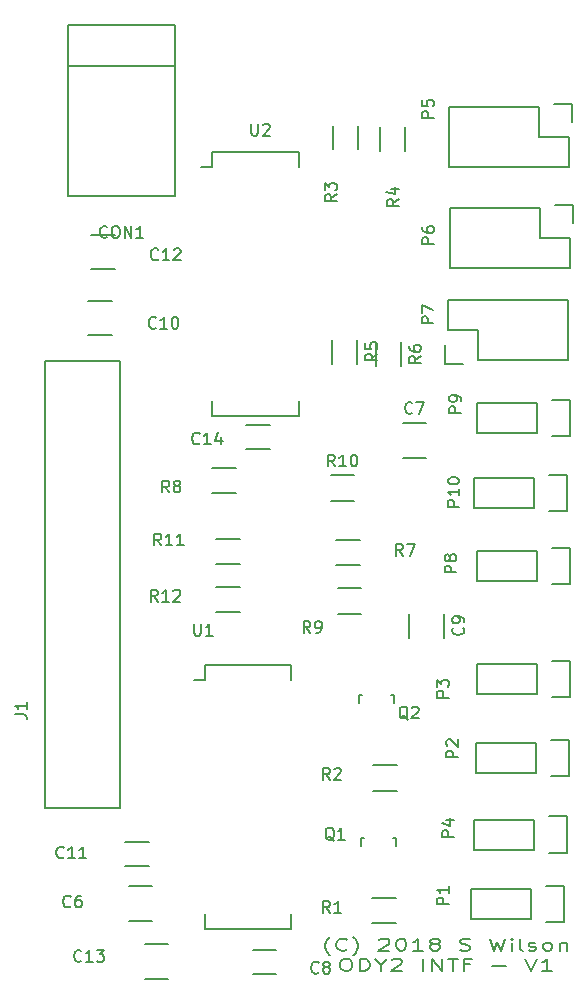
<source format=gto>
G04 #@! TF.GenerationSoftware,KiCad,Pcbnew,(2017-09-22 revision df472e6)-master*
G04 #@! TF.CreationDate,2017-12-26T12:10:05-08:00*
G04 #@! TF.ProjectId,ody_adap,6F64795F616461702E6B696361645F70,rev?*
G04 #@! TF.SameCoordinates,Original*
G04 #@! TF.FileFunction,Legend,Top*
G04 #@! TF.FilePolarity,Positive*
%FSLAX46Y46*%
G04 Gerber Fmt 4.6, Leading zero omitted, Abs format (unit mm)*
G04 Created by KiCad (PCBNEW (2017-09-22 revision df472e6)-master) date Tue Dec 26 12:10:05 2017*
%MOMM*%
%LPD*%
G01*
G04 APERTURE LIST*
%ADD10C,0.200000*%
%ADD11C,0.150000*%
G04 APERTURE END LIST*
D10*
X121178571Y-128683333D02*
X121107142Y-128635714D01*
X120964285Y-128492857D01*
X120892857Y-128397619D01*
X120821428Y-128254761D01*
X120750000Y-128016666D01*
X120750000Y-127826190D01*
X120821428Y-127588095D01*
X120892857Y-127445238D01*
X120964285Y-127350000D01*
X121107142Y-127207142D01*
X121178571Y-127159523D01*
X122607142Y-128207142D02*
X122535714Y-128254761D01*
X122321428Y-128302380D01*
X122178571Y-128302380D01*
X121964285Y-128254761D01*
X121821428Y-128159523D01*
X121750000Y-128064285D01*
X121678571Y-127873809D01*
X121678571Y-127730952D01*
X121750000Y-127540476D01*
X121821428Y-127445238D01*
X121964285Y-127350000D01*
X122178571Y-127302380D01*
X122321428Y-127302380D01*
X122535714Y-127350000D01*
X122607142Y-127397619D01*
X123107142Y-128683333D02*
X123178571Y-128635714D01*
X123321428Y-128492857D01*
X123392857Y-128397619D01*
X123464285Y-128254761D01*
X123535714Y-128016666D01*
X123535714Y-127826190D01*
X123464285Y-127588095D01*
X123392857Y-127445238D01*
X123321428Y-127350000D01*
X123178571Y-127207142D01*
X123107142Y-127159523D01*
X125321428Y-127397619D02*
X125392857Y-127350000D01*
X125535714Y-127302380D01*
X125892857Y-127302380D01*
X126035714Y-127350000D01*
X126107142Y-127397619D01*
X126178571Y-127492857D01*
X126178571Y-127588095D01*
X126107142Y-127730952D01*
X125250000Y-128302380D01*
X126178571Y-128302380D01*
X127107142Y-127302380D02*
X127250000Y-127302380D01*
X127392857Y-127350000D01*
X127464285Y-127397619D01*
X127535714Y-127492857D01*
X127607142Y-127683333D01*
X127607142Y-127921428D01*
X127535714Y-128111904D01*
X127464285Y-128207142D01*
X127392857Y-128254761D01*
X127250000Y-128302380D01*
X127107142Y-128302380D01*
X126964285Y-128254761D01*
X126892857Y-128207142D01*
X126821428Y-128111904D01*
X126750000Y-127921428D01*
X126750000Y-127683333D01*
X126821428Y-127492857D01*
X126892857Y-127397619D01*
X126964285Y-127350000D01*
X127107142Y-127302380D01*
X129035714Y-128302380D02*
X128178571Y-128302380D01*
X128607142Y-128302380D02*
X128607142Y-127302380D01*
X128464285Y-127445238D01*
X128321428Y-127540476D01*
X128178571Y-127588095D01*
X129892857Y-127730952D02*
X129750000Y-127683333D01*
X129678571Y-127635714D01*
X129607142Y-127540476D01*
X129607142Y-127492857D01*
X129678571Y-127397619D01*
X129750000Y-127350000D01*
X129892857Y-127302380D01*
X130178571Y-127302380D01*
X130321428Y-127350000D01*
X130392857Y-127397619D01*
X130464285Y-127492857D01*
X130464285Y-127540476D01*
X130392857Y-127635714D01*
X130321428Y-127683333D01*
X130178571Y-127730952D01*
X129892857Y-127730952D01*
X129750000Y-127778571D01*
X129678571Y-127826190D01*
X129607142Y-127921428D01*
X129607142Y-128111904D01*
X129678571Y-128207142D01*
X129750000Y-128254761D01*
X129892857Y-128302380D01*
X130178571Y-128302380D01*
X130321428Y-128254761D01*
X130392857Y-128207142D01*
X130464285Y-128111904D01*
X130464285Y-127921428D01*
X130392857Y-127826190D01*
X130321428Y-127778571D01*
X130178571Y-127730952D01*
X132178571Y-128254761D02*
X132392857Y-128302380D01*
X132750000Y-128302380D01*
X132892857Y-128254761D01*
X132964285Y-128207142D01*
X133035714Y-128111904D01*
X133035714Y-128016666D01*
X132964285Y-127921428D01*
X132892857Y-127873809D01*
X132750000Y-127826190D01*
X132464285Y-127778571D01*
X132321428Y-127730952D01*
X132250000Y-127683333D01*
X132178571Y-127588095D01*
X132178571Y-127492857D01*
X132250000Y-127397619D01*
X132321428Y-127350000D01*
X132464285Y-127302380D01*
X132821428Y-127302380D01*
X133035714Y-127350000D01*
X134678571Y-127302380D02*
X135035714Y-128302380D01*
X135321428Y-127588095D01*
X135607142Y-128302380D01*
X135964285Y-127302380D01*
X136535714Y-128302380D02*
X136535714Y-127635714D01*
X136535714Y-127302380D02*
X136464285Y-127350000D01*
X136535714Y-127397619D01*
X136607142Y-127350000D01*
X136535714Y-127302380D01*
X136535714Y-127397619D01*
X137464285Y-128302380D02*
X137321428Y-128254761D01*
X137250000Y-128159523D01*
X137250000Y-127302380D01*
X137964285Y-128254761D02*
X138107142Y-128302380D01*
X138392857Y-128302380D01*
X138535714Y-128254761D01*
X138607142Y-128159523D01*
X138607142Y-128111904D01*
X138535714Y-128016666D01*
X138392857Y-127969047D01*
X138178571Y-127969047D01*
X138035714Y-127921428D01*
X137964285Y-127826190D01*
X137964285Y-127778571D01*
X138035714Y-127683333D01*
X138178571Y-127635714D01*
X138392857Y-127635714D01*
X138535714Y-127683333D01*
X139464285Y-128302380D02*
X139321428Y-128254761D01*
X139250000Y-128207142D01*
X139178571Y-128111904D01*
X139178571Y-127826190D01*
X139250000Y-127730952D01*
X139321428Y-127683333D01*
X139464285Y-127635714D01*
X139678571Y-127635714D01*
X139821428Y-127683333D01*
X139892857Y-127730952D01*
X139964285Y-127826190D01*
X139964285Y-128111904D01*
X139892857Y-128207142D01*
X139821428Y-128254761D01*
X139678571Y-128302380D01*
X139464285Y-128302380D01*
X140607142Y-127635714D02*
X140607142Y-128302380D01*
X140607142Y-127730952D02*
X140678571Y-127683333D01*
X140821428Y-127635714D01*
X141035714Y-127635714D01*
X141178571Y-127683333D01*
X141250000Y-127778571D01*
X141250000Y-128302380D01*
X122392857Y-129002380D02*
X122678571Y-129002380D01*
X122821428Y-129050000D01*
X122964285Y-129145238D01*
X123035714Y-129335714D01*
X123035714Y-129669047D01*
X122964285Y-129859523D01*
X122821428Y-129954761D01*
X122678571Y-130002380D01*
X122392857Y-130002380D01*
X122250000Y-129954761D01*
X122107142Y-129859523D01*
X122035714Y-129669047D01*
X122035714Y-129335714D01*
X122107142Y-129145238D01*
X122250000Y-129050000D01*
X122392857Y-129002380D01*
X123678571Y-130002380D02*
X123678571Y-129002380D01*
X124035714Y-129002380D01*
X124250000Y-129050000D01*
X124392857Y-129145238D01*
X124464285Y-129240476D01*
X124535714Y-129430952D01*
X124535714Y-129573809D01*
X124464285Y-129764285D01*
X124392857Y-129859523D01*
X124250000Y-129954761D01*
X124035714Y-130002380D01*
X123678571Y-130002380D01*
X125464285Y-129526190D02*
X125464285Y-130002380D01*
X124964285Y-129002380D02*
X125464285Y-129526190D01*
X125964285Y-129002380D01*
X126392857Y-129097619D02*
X126464285Y-129050000D01*
X126607142Y-129002380D01*
X126964285Y-129002380D01*
X127107142Y-129050000D01*
X127178571Y-129097619D01*
X127250000Y-129192857D01*
X127250000Y-129288095D01*
X127178571Y-129430952D01*
X126321428Y-130002380D01*
X127250000Y-130002380D01*
X129035714Y-130002380D02*
X129035714Y-129002380D01*
X129750000Y-130002380D02*
X129750000Y-129002380D01*
X130607142Y-130002380D01*
X130607142Y-129002380D01*
X131107142Y-129002380D02*
X131964285Y-129002380D01*
X131535714Y-130002380D02*
X131535714Y-129002380D01*
X132964285Y-129478571D02*
X132464285Y-129478571D01*
X132464285Y-130002380D02*
X132464285Y-129002380D01*
X133178571Y-129002380D01*
X134892857Y-129621428D02*
X136035714Y-129621428D01*
X137678571Y-129002380D02*
X138178571Y-130002380D01*
X138678571Y-129002380D01*
X139964285Y-130002380D02*
X139107142Y-130002380D01*
X139535714Y-130002380D02*
X139535714Y-129002380D01*
X139392857Y-129145238D01*
X139250000Y-129240476D01*
X139107142Y-129288095D01*
D11*
X106100000Y-122825000D02*
X104100000Y-122825000D01*
X104100000Y-125775000D02*
X106100000Y-125775000D01*
X129300000Y-83625000D02*
X127300000Y-83625000D01*
X127300000Y-86575000D02*
X129300000Y-86575000D01*
X116600000Y-128275000D02*
X114600000Y-128275000D01*
X114600000Y-130325000D02*
X116600000Y-130325000D01*
X127875000Y-99800000D02*
X127875000Y-101800000D01*
X130825000Y-101800000D02*
X130825000Y-99800000D01*
X100700000Y-76225000D02*
X102700000Y-76225000D01*
X102700000Y-73275000D02*
X100700000Y-73275000D01*
X103800000Y-121175000D02*
X105800000Y-121175000D01*
X105800000Y-119125000D02*
X103800000Y-119125000D01*
X100950000Y-70625000D02*
X102950000Y-70625000D01*
X102950000Y-67675000D02*
X100950000Y-67675000D01*
X107450000Y-127775000D02*
X105450000Y-127775000D01*
X105450000Y-130725000D02*
X107450000Y-130725000D01*
X114050000Y-85875000D02*
X116050000Y-85875000D01*
X116050000Y-83825000D02*
X114050000Y-83825000D01*
X108000880Y-53399500D02*
X98999120Y-53399500D01*
X108000880Y-49899380D02*
X98999120Y-49899380D01*
X98999120Y-49899380D02*
X98999120Y-64400240D01*
X98999120Y-64400240D02*
X108000880Y-64400240D01*
X108000880Y-64400240D02*
X108000880Y-49899380D01*
X97052000Y-116215000D02*
X103402000Y-116215000D01*
X103402000Y-116215000D02*
X103402000Y-78369000D01*
X103402000Y-78369000D02*
X97052000Y-78369000D01*
X97052000Y-78369000D02*
X97052000Y-116215000D01*
X141000000Y-122800000D02*
X141000000Y-125900000D01*
X139450000Y-122800000D02*
X141000000Y-122800000D01*
X138180000Y-125620000D02*
X138180000Y-123080000D01*
X141000000Y-125900000D02*
X139450000Y-125900000D01*
X133100000Y-125620000D02*
X138180000Y-125620000D01*
X133100000Y-123080000D02*
X133100000Y-125620000D01*
X138180000Y-123080000D02*
X133100000Y-123080000D01*
X141400000Y-110450000D02*
X141400000Y-113550000D01*
X139850000Y-110450000D02*
X141400000Y-110450000D01*
X138580000Y-113270000D02*
X138580000Y-110730000D01*
X141400000Y-113550000D02*
X139850000Y-113550000D01*
X133500000Y-113270000D02*
X138580000Y-113270000D01*
X133500000Y-110730000D02*
X133500000Y-113270000D01*
X138580000Y-110730000D02*
X133500000Y-110730000D01*
X138680000Y-104030000D02*
X133600000Y-104030000D01*
X133600000Y-104030000D02*
X133600000Y-106570000D01*
X133600000Y-106570000D02*
X138680000Y-106570000D01*
X141500000Y-106850000D02*
X139950000Y-106850000D01*
X138680000Y-106570000D02*
X138680000Y-104030000D01*
X139950000Y-103750000D02*
X141500000Y-103750000D01*
X141500000Y-103750000D02*
X141500000Y-106850000D01*
X138430000Y-117230000D02*
X133350000Y-117230000D01*
X133350000Y-117230000D02*
X133350000Y-119770000D01*
X133350000Y-119770000D02*
X138430000Y-119770000D01*
X141250000Y-120050000D02*
X139700000Y-120050000D01*
X138430000Y-119770000D02*
X138430000Y-117230000D01*
X139700000Y-116950000D02*
X141250000Y-116950000D01*
X141250000Y-116950000D02*
X141250000Y-120050000D01*
X141650000Y-56600000D02*
X140100000Y-56600000D01*
X138830000Y-59420000D02*
X138830000Y-56880000D01*
X141370000Y-59420000D02*
X138830000Y-59420000D01*
X141650000Y-58150000D02*
X141650000Y-56600000D01*
X141370000Y-61960000D02*
X141370000Y-59420000D01*
X131210000Y-61960000D02*
X141370000Y-61960000D01*
X131210000Y-56880000D02*
X131210000Y-61960000D01*
X138830000Y-56880000D02*
X131210000Y-56880000D01*
X138930000Y-65430000D02*
X131310000Y-65430000D01*
X131310000Y-65430000D02*
X131310000Y-70510000D01*
X131310000Y-70510000D02*
X141470000Y-70510000D01*
X141470000Y-70510000D02*
X141470000Y-67970000D01*
X141750000Y-66700000D02*
X141750000Y-65150000D01*
X141470000Y-67970000D02*
X138930000Y-67970000D01*
X138930000Y-67970000D02*
X138930000Y-65430000D01*
X141750000Y-65150000D02*
X140200000Y-65150000D01*
X133670000Y-78320000D02*
X141290000Y-78320000D01*
X141290000Y-78320000D02*
X141290000Y-73240000D01*
X141290000Y-73240000D02*
X131130000Y-73240000D01*
X131130000Y-73240000D02*
X131130000Y-75780000D01*
X130850000Y-77050000D02*
X130850000Y-78600000D01*
X131130000Y-75780000D02*
X133670000Y-75780000D01*
X133670000Y-75780000D02*
X133670000Y-78320000D01*
X130850000Y-78600000D02*
X132400000Y-78600000D01*
X138680000Y-94480000D02*
X133600000Y-94480000D01*
X133600000Y-94480000D02*
X133600000Y-97020000D01*
X133600000Y-97020000D02*
X138680000Y-97020000D01*
X141500000Y-97300000D02*
X139950000Y-97300000D01*
X138680000Y-97020000D02*
X138680000Y-94480000D01*
X139950000Y-94200000D02*
X141500000Y-94200000D01*
X141500000Y-94200000D02*
X141500000Y-97300000D01*
X138680000Y-81930000D02*
X133600000Y-81930000D01*
X133600000Y-81930000D02*
X133600000Y-84470000D01*
X133600000Y-84470000D02*
X138680000Y-84470000D01*
X141500000Y-84750000D02*
X139950000Y-84750000D01*
X138680000Y-84470000D02*
X138680000Y-81930000D01*
X139950000Y-81650000D02*
X141500000Y-81650000D01*
X141500000Y-81650000D02*
X141500000Y-84750000D01*
X141250000Y-88000000D02*
X141250000Y-91100000D01*
X139700000Y-88000000D02*
X141250000Y-88000000D01*
X138430000Y-90820000D02*
X138430000Y-88280000D01*
X141250000Y-91100000D02*
X139700000Y-91100000D01*
X133350000Y-90820000D02*
X138430000Y-90820000D01*
X133350000Y-88280000D02*
X133350000Y-90820000D01*
X138430000Y-88280000D02*
X133350000Y-88280000D01*
X126749820Y-118749760D02*
X126749820Y-119450800D01*
X126549160Y-118749760D02*
X126749820Y-118749760D01*
X123750180Y-118749760D02*
X123999100Y-118749760D01*
X123750180Y-119450800D02*
X123750180Y-118749760D01*
X126549160Y-118749760D02*
X126500900Y-118749760D01*
X126399160Y-106649760D02*
X126350900Y-106649760D01*
X123600180Y-107350800D02*
X123600180Y-106649760D01*
X123600180Y-106649760D02*
X123849100Y-106649760D01*
X126399160Y-106649760D02*
X126599820Y-106649760D01*
X126599820Y-106649760D02*
X126599820Y-107350800D01*
X126700000Y-125975000D02*
X124700000Y-125975000D01*
X124700000Y-123825000D02*
X126700000Y-123825000D01*
X124800000Y-112625000D02*
X126800000Y-112625000D01*
X126800000Y-114775000D02*
X124800000Y-114775000D01*
X121375000Y-60450000D02*
X121375000Y-58450000D01*
X123525000Y-58450000D02*
X123525000Y-60450000D01*
X127525000Y-58600000D02*
X127525000Y-60600000D01*
X125375000Y-60600000D02*
X125375000Y-58600000D01*
X123475000Y-76600000D02*
X123475000Y-78600000D01*
X121325000Y-78600000D02*
X121325000Y-76600000D01*
X125025000Y-78800000D02*
X125025000Y-76800000D01*
X127175000Y-76800000D02*
X127175000Y-78800000D01*
X121700000Y-93525000D02*
X123700000Y-93525000D01*
X123700000Y-95675000D02*
X121700000Y-95675000D01*
X111200000Y-87425000D02*
X113200000Y-87425000D01*
X113200000Y-89575000D02*
X111200000Y-89575000D01*
X121800000Y-97625000D02*
X123800000Y-97625000D01*
X123800000Y-99775000D02*
X121800000Y-99775000D01*
X123200000Y-90225000D02*
X121200000Y-90225000D01*
X121200000Y-88075000D02*
X123200000Y-88075000D01*
X113500000Y-95575000D02*
X111500000Y-95575000D01*
X111500000Y-93425000D02*
X113500000Y-93425000D01*
X111500000Y-97525000D02*
X113500000Y-97525000D01*
X113500000Y-99675000D02*
X111500000Y-99675000D01*
X110535000Y-104105000D02*
X110535000Y-105375000D01*
X117885000Y-104105000D02*
X117885000Y-105375000D01*
X117885000Y-126475000D02*
X117885000Y-125205000D01*
X110535000Y-126475000D02*
X110535000Y-125205000D01*
X110535000Y-104105000D02*
X117885000Y-104105000D01*
X110535000Y-126475000D02*
X117885000Y-126475000D01*
X110535000Y-105375000D02*
X109600000Y-105375000D01*
X111135000Y-61975000D02*
X110200000Y-61975000D01*
X111135000Y-83075000D02*
X118485000Y-83075000D01*
X111135000Y-60705000D02*
X118485000Y-60705000D01*
X111135000Y-83075000D02*
X111135000Y-81805000D01*
X118485000Y-83075000D02*
X118485000Y-81805000D01*
X118485000Y-60705000D02*
X118485000Y-61975000D01*
X111135000Y-60705000D02*
X111135000Y-61975000D01*
X99183333Y-124557142D02*
X99135714Y-124604761D01*
X98992857Y-124652380D01*
X98897619Y-124652380D01*
X98754761Y-124604761D01*
X98659523Y-124509523D01*
X98611904Y-124414285D01*
X98564285Y-124223809D01*
X98564285Y-124080952D01*
X98611904Y-123890476D01*
X98659523Y-123795238D01*
X98754761Y-123700000D01*
X98897619Y-123652380D01*
X98992857Y-123652380D01*
X99135714Y-123700000D01*
X99183333Y-123747619D01*
X100040476Y-123652380D02*
X99850000Y-123652380D01*
X99754761Y-123700000D01*
X99707142Y-123747619D01*
X99611904Y-123890476D01*
X99564285Y-124080952D01*
X99564285Y-124461904D01*
X99611904Y-124557142D01*
X99659523Y-124604761D01*
X99754761Y-124652380D01*
X99945238Y-124652380D01*
X100040476Y-124604761D01*
X100088095Y-124557142D01*
X100135714Y-124461904D01*
X100135714Y-124223809D01*
X100088095Y-124128571D01*
X100040476Y-124080952D01*
X99945238Y-124033333D01*
X99754761Y-124033333D01*
X99659523Y-124080952D01*
X99611904Y-124128571D01*
X99564285Y-124223809D01*
X128133333Y-82757142D02*
X128085714Y-82804761D01*
X127942857Y-82852380D01*
X127847619Y-82852380D01*
X127704761Y-82804761D01*
X127609523Y-82709523D01*
X127561904Y-82614285D01*
X127514285Y-82423809D01*
X127514285Y-82280952D01*
X127561904Y-82090476D01*
X127609523Y-81995238D01*
X127704761Y-81900000D01*
X127847619Y-81852380D01*
X127942857Y-81852380D01*
X128085714Y-81900000D01*
X128133333Y-81947619D01*
X128466666Y-81852380D02*
X129133333Y-81852380D01*
X128704761Y-82852380D01*
X120183333Y-130157142D02*
X120135714Y-130204761D01*
X119992857Y-130252380D01*
X119897619Y-130252380D01*
X119754761Y-130204761D01*
X119659523Y-130109523D01*
X119611904Y-130014285D01*
X119564285Y-129823809D01*
X119564285Y-129680952D01*
X119611904Y-129490476D01*
X119659523Y-129395238D01*
X119754761Y-129300000D01*
X119897619Y-129252380D01*
X119992857Y-129252380D01*
X120135714Y-129300000D01*
X120183333Y-129347619D01*
X120754761Y-129680952D02*
X120659523Y-129633333D01*
X120611904Y-129585714D01*
X120564285Y-129490476D01*
X120564285Y-129442857D01*
X120611904Y-129347619D01*
X120659523Y-129300000D01*
X120754761Y-129252380D01*
X120945238Y-129252380D01*
X121040476Y-129300000D01*
X121088095Y-129347619D01*
X121135714Y-129442857D01*
X121135714Y-129490476D01*
X121088095Y-129585714D01*
X121040476Y-129633333D01*
X120945238Y-129680952D01*
X120754761Y-129680952D01*
X120659523Y-129728571D01*
X120611904Y-129776190D01*
X120564285Y-129871428D01*
X120564285Y-130061904D01*
X120611904Y-130157142D01*
X120659523Y-130204761D01*
X120754761Y-130252380D01*
X120945238Y-130252380D01*
X121040476Y-130204761D01*
X121088095Y-130157142D01*
X121135714Y-130061904D01*
X121135714Y-129871428D01*
X121088095Y-129776190D01*
X121040476Y-129728571D01*
X120945238Y-129680952D01*
X132407142Y-100966666D02*
X132454761Y-101014285D01*
X132502380Y-101157142D01*
X132502380Y-101252380D01*
X132454761Y-101395238D01*
X132359523Y-101490476D01*
X132264285Y-101538095D01*
X132073809Y-101585714D01*
X131930952Y-101585714D01*
X131740476Y-101538095D01*
X131645238Y-101490476D01*
X131550000Y-101395238D01*
X131502380Y-101252380D01*
X131502380Y-101157142D01*
X131550000Y-101014285D01*
X131597619Y-100966666D01*
X132502380Y-100490476D02*
X132502380Y-100300000D01*
X132454761Y-100204761D01*
X132407142Y-100157142D01*
X132264285Y-100061904D01*
X132073809Y-100014285D01*
X131692857Y-100014285D01*
X131597619Y-100061904D01*
X131550000Y-100109523D01*
X131502380Y-100204761D01*
X131502380Y-100395238D01*
X131550000Y-100490476D01*
X131597619Y-100538095D01*
X131692857Y-100585714D01*
X131930952Y-100585714D01*
X132026190Y-100538095D01*
X132073809Y-100490476D01*
X132121428Y-100395238D01*
X132121428Y-100204761D01*
X132073809Y-100109523D01*
X132026190Y-100061904D01*
X131930952Y-100014285D01*
X106407142Y-75557142D02*
X106359523Y-75604761D01*
X106216666Y-75652380D01*
X106121428Y-75652380D01*
X105978571Y-75604761D01*
X105883333Y-75509523D01*
X105835714Y-75414285D01*
X105788095Y-75223809D01*
X105788095Y-75080952D01*
X105835714Y-74890476D01*
X105883333Y-74795238D01*
X105978571Y-74700000D01*
X106121428Y-74652380D01*
X106216666Y-74652380D01*
X106359523Y-74700000D01*
X106407142Y-74747619D01*
X107359523Y-75652380D02*
X106788095Y-75652380D01*
X107073809Y-75652380D02*
X107073809Y-74652380D01*
X106978571Y-74795238D01*
X106883333Y-74890476D01*
X106788095Y-74938095D01*
X107978571Y-74652380D02*
X108073809Y-74652380D01*
X108169047Y-74700000D01*
X108216666Y-74747619D01*
X108264285Y-74842857D01*
X108311904Y-75033333D01*
X108311904Y-75271428D01*
X108264285Y-75461904D01*
X108216666Y-75557142D01*
X108169047Y-75604761D01*
X108073809Y-75652380D01*
X107978571Y-75652380D01*
X107883333Y-75604761D01*
X107835714Y-75557142D01*
X107788095Y-75461904D01*
X107740476Y-75271428D01*
X107740476Y-75033333D01*
X107788095Y-74842857D01*
X107835714Y-74747619D01*
X107883333Y-74700000D01*
X107978571Y-74652380D01*
X98607142Y-120407142D02*
X98559523Y-120454761D01*
X98416666Y-120502380D01*
X98321428Y-120502380D01*
X98178571Y-120454761D01*
X98083333Y-120359523D01*
X98035714Y-120264285D01*
X97988095Y-120073809D01*
X97988095Y-119930952D01*
X98035714Y-119740476D01*
X98083333Y-119645238D01*
X98178571Y-119550000D01*
X98321428Y-119502380D01*
X98416666Y-119502380D01*
X98559523Y-119550000D01*
X98607142Y-119597619D01*
X99559523Y-120502380D02*
X98988095Y-120502380D01*
X99273809Y-120502380D02*
X99273809Y-119502380D01*
X99178571Y-119645238D01*
X99083333Y-119740476D01*
X98988095Y-119788095D01*
X100511904Y-120502380D02*
X99940476Y-120502380D01*
X100226190Y-120502380D02*
X100226190Y-119502380D01*
X100130952Y-119645238D01*
X100035714Y-119740476D01*
X99940476Y-119788095D01*
X106607142Y-69757142D02*
X106559523Y-69804761D01*
X106416666Y-69852380D01*
X106321428Y-69852380D01*
X106178571Y-69804761D01*
X106083333Y-69709523D01*
X106035714Y-69614285D01*
X105988095Y-69423809D01*
X105988095Y-69280952D01*
X106035714Y-69090476D01*
X106083333Y-68995238D01*
X106178571Y-68900000D01*
X106321428Y-68852380D01*
X106416666Y-68852380D01*
X106559523Y-68900000D01*
X106607142Y-68947619D01*
X107559523Y-69852380D02*
X106988095Y-69852380D01*
X107273809Y-69852380D02*
X107273809Y-68852380D01*
X107178571Y-68995238D01*
X107083333Y-69090476D01*
X106988095Y-69138095D01*
X107940476Y-68947619D02*
X107988095Y-68900000D01*
X108083333Y-68852380D01*
X108321428Y-68852380D01*
X108416666Y-68900000D01*
X108464285Y-68947619D01*
X108511904Y-69042857D01*
X108511904Y-69138095D01*
X108464285Y-69280952D01*
X107892857Y-69852380D01*
X108511904Y-69852380D01*
X100107142Y-129157142D02*
X100059523Y-129204761D01*
X99916666Y-129252380D01*
X99821428Y-129252380D01*
X99678571Y-129204761D01*
X99583333Y-129109523D01*
X99535714Y-129014285D01*
X99488095Y-128823809D01*
X99488095Y-128680952D01*
X99535714Y-128490476D01*
X99583333Y-128395238D01*
X99678571Y-128300000D01*
X99821428Y-128252380D01*
X99916666Y-128252380D01*
X100059523Y-128300000D01*
X100107142Y-128347619D01*
X101059523Y-129252380D02*
X100488095Y-129252380D01*
X100773809Y-129252380D02*
X100773809Y-128252380D01*
X100678571Y-128395238D01*
X100583333Y-128490476D01*
X100488095Y-128538095D01*
X101392857Y-128252380D02*
X102011904Y-128252380D01*
X101678571Y-128633333D01*
X101821428Y-128633333D01*
X101916666Y-128680952D01*
X101964285Y-128728571D01*
X102011904Y-128823809D01*
X102011904Y-129061904D01*
X101964285Y-129157142D01*
X101916666Y-129204761D01*
X101821428Y-129252380D01*
X101535714Y-129252380D01*
X101440476Y-129204761D01*
X101392857Y-129157142D01*
X110107142Y-85357142D02*
X110059523Y-85404761D01*
X109916666Y-85452380D01*
X109821428Y-85452380D01*
X109678571Y-85404761D01*
X109583333Y-85309523D01*
X109535714Y-85214285D01*
X109488095Y-85023809D01*
X109488095Y-84880952D01*
X109535714Y-84690476D01*
X109583333Y-84595238D01*
X109678571Y-84500000D01*
X109821428Y-84452380D01*
X109916666Y-84452380D01*
X110059523Y-84500000D01*
X110107142Y-84547619D01*
X111059523Y-85452380D02*
X110488095Y-85452380D01*
X110773809Y-85452380D02*
X110773809Y-84452380D01*
X110678571Y-84595238D01*
X110583333Y-84690476D01*
X110488095Y-84738095D01*
X111916666Y-84785714D02*
X111916666Y-85452380D01*
X111678571Y-84404761D02*
X111440476Y-85119047D01*
X112059523Y-85119047D01*
X102285714Y-67856182D02*
X102238095Y-67903801D01*
X102095238Y-67951420D01*
X102000000Y-67951420D01*
X101857142Y-67903801D01*
X101761904Y-67808563D01*
X101714285Y-67713325D01*
X101666666Y-67522849D01*
X101666666Y-67379992D01*
X101714285Y-67189516D01*
X101761904Y-67094278D01*
X101857142Y-66999040D01*
X102000000Y-66951420D01*
X102095238Y-66951420D01*
X102238095Y-66999040D01*
X102285714Y-67046659D01*
X102904761Y-66951420D02*
X103095238Y-66951420D01*
X103190476Y-66999040D01*
X103285714Y-67094278D01*
X103333333Y-67284754D01*
X103333333Y-67618087D01*
X103285714Y-67808563D01*
X103190476Y-67903801D01*
X103095238Y-67951420D01*
X102904761Y-67951420D01*
X102809523Y-67903801D01*
X102714285Y-67808563D01*
X102666666Y-67618087D01*
X102666666Y-67284754D01*
X102714285Y-67094278D01*
X102809523Y-66999040D01*
X102904761Y-66951420D01*
X103761904Y-67951420D02*
X103761904Y-66951420D01*
X104333333Y-67951420D01*
X104333333Y-66951420D01*
X105333333Y-67951420D02*
X104761904Y-67951420D01*
X105047619Y-67951420D02*
X105047619Y-66951420D01*
X104952380Y-67094278D01*
X104857142Y-67189516D01*
X104761904Y-67237135D01*
X94472380Y-108293333D02*
X95186666Y-108293333D01*
X95329523Y-108340952D01*
X95424761Y-108436190D01*
X95472380Y-108579047D01*
X95472380Y-108674285D01*
X95472380Y-107293333D02*
X95472380Y-107864761D01*
X95472380Y-107579047D02*
X94472380Y-107579047D01*
X94615238Y-107674285D01*
X94710476Y-107769523D01*
X94758095Y-107864761D01*
X131202380Y-124388095D02*
X130202380Y-124388095D01*
X130202380Y-124007142D01*
X130250000Y-123911904D01*
X130297619Y-123864285D01*
X130392857Y-123816666D01*
X130535714Y-123816666D01*
X130630952Y-123864285D01*
X130678571Y-123911904D01*
X130726190Y-124007142D01*
X130726190Y-124388095D01*
X131202380Y-122864285D02*
X131202380Y-123435714D01*
X131202380Y-123150000D02*
X130202380Y-123150000D01*
X130345238Y-123245238D01*
X130440476Y-123340476D01*
X130488095Y-123435714D01*
X132002380Y-111938095D02*
X131002380Y-111938095D01*
X131002380Y-111557142D01*
X131050000Y-111461904D01*
X131097619Y-111414285D01*
X131192857Y-111366666D01*
X131335714Y-111366666D01*
X131430952Y-111414285D01*
X131478571Y-111461904D01*
X131526190Y-111557142D01*
X131526190Y-111938095D01*
X131097619Y-110985714D02*
X131050000Y-110938095D01*
X131002380Y-110842857D01*
X131002380Y-110604761D01*
X131050000Y-110509523D01*
X131097619Y-110461904D01*
X131192857Y-110414285D01*
X131288095Y-110414285D01*
X131430952Y-110461904D01*
X132002380Y-111033333D01*
X132002380Y-110414285D01*
X131202380Y-106888095D02*
X130202380Y-106888095D01*
X130202380Y-106507142D01*
X130250000Y-106411904D01*
X130297619Y-106364285D01*
X130392857Y-106316666D01*
X130535714Y-106316666D01*
X130630952Y-106364285D01*
X130678571Y-106411904D01*
X130726190Y-106507142D01*
X130726190Y-106888095D01*
X130202380Y-105983333D02*
X130202380Y-105364285D01*
X130583333Y-105697619D01*
X130583333Y-105554761D01*
X130630952Y-105459523D01*
X130678571Y-105411904D01*
X130773809Y-105364285D01*
X131011904Y-105364285D01*
X131107142Y-105411904D01*
X131154761Y-105459523D01*
X131202380Y-105554761D01*
X131202380Y-105840476D01*
X131154761Y-105935714D01*
X131107142Y-105983333D01*
X131652380Y-118688095D02*
X130652380Y-118688095D01*
X130652380Y-118307142D01*
X130700000Y-118211904D01*
X130747619Y-118164285D01*
X130842857Y-118116666D01*
X130985714Y-118116666D01*
X131080952Y-118164285D01*
X131128571Y-118211904D01*
X131176190Y-118307142D01*
X131176190Y-118688095D01*
X130985714Y-117259523D02*
X131652380Y-117259523D01*
X130604761Y-117497619D02*
X131319047Y-117735714D01*
X131319047Y-117116666D01*
X129952380Y-57788095D02*
X128952380Y-57788095D01*
X128952380Y-57407142D01*
X129000000Y-57311904D01*
X129047619Y-57264285D01*
X129142857Y-57216666D01*
X129285714Y-57216666D01*
X129380952Y-57264285D01*
X129428571Y-57311904D01*
X129476190Y-57407142D01*
X129476190Y-57788095D01*
X128952380Y-56311904D02*
X128952380Y-56788095D01*
X129428571Y-56835714D01*
X129380952Y-56788095D01*
X129333333Y-56692857D01*
X129333333Y-56454761D01*
X129380952Y-56359523D01*
X129428571Y-56311904D01*
X129523809Y-56264285D01*
X129761904Y-56264285D01*
X129857142Y-56311904D01*
X129904761Y-56359523D01*
X129952380Y-56454761D01*
X129952380Y-56692857D01*
X129904761Y-56788095D01*
X129857142Y-56835714D01*
X129952380Y-68488095D02*
X128952380Y-68488095D01*
X128952380Y-68107142D01*
X129000000Y-68011904D01*
X129047619Y-67964285D01*
X129142857Y-67916666D01*
X129285714Y-67916666D01*
X129380952Y-67964285D01*
X129428571Y-68011904D01*
X129476190Y-68107142D01*
X129476190Y-68488095D01*
X128952380Y-67059523D02*
X128952380Y-67250000D01*
X129000000Y-67345238D01*
X129047619Y-67392857D01*
X129190476Y-67488095D01*
X129380952Y-67535714D01*
X129761904Y-67535714D01*
X129857142Y-67488095D01*
X129904761Y-67440476D01*
X129952380Y-67345238D01*
X129952380Y-67154761D01*
X129904761Y-67059523D01*
X129857142Y-67011904D01*
X129761904Y-66964285D01*
X129523809Y-66964285D01*
X129428571Y-67011904D01*
X129380952Y-67059523D01*
X129333333Y-67154761D01*
X129333333Y-67345238D01*
X129380952Y-67440476D01*
X129428571Y-67488095D01*
X129523809Y-67535714D01*
X129902380Y-75188095D02*
X128902380Y-75188095D01*
X128902380Y-74807142D01*
X128950000Y-74711904D01*
X128997619Y-74664285D01*
X129092857Y-74616666D01*
X129235714Y-74616666D01*
X129330952Y-74664285D01*
X129378571Y-74711904D01*
X129426190Y-74807142D01*
X129426190Y-75188095D01*
X128902380Y-74283333D02*
X128902380Y-73616666D01*
X129902380Y-74045238D01*
X131852380Y-96288095D02*
X130852380Y-96288095D01*
X130852380Y-95907142D01*
X130900000Y-95811904D01*
X130947619Y-95764285D01*
X131042857Y-95716666D01*
X131185714Y-95716666D01*
X131280952Y-95764285D01*
X131328571Y-95811904D01*
X131376190Y-95907142D01*
X131376190Y-96288095D01*
X131280952Y-95145238D02*
X131233333Y-95240476D01*
X131185714Y-95288095D01*
X131090476Y-95335714D01*
X131042857Y-95335714D01*
X130947619Y-95288095D01*
X130900000Y-95240476D01*
X130852380Y-95145238D01*
X130852380Y-94954761D01*
X130900000Y-94859523D01*
X130947619Y-94811904D01*
X131042857Y-94764285D01*
X131090476Y-94764285D01*
X131185714Y-94811904D01*
X131233333Y-94859523D01*
X131280952Y-94954761D01*
X131280952Y-95145238D01*
X131328571Y-95240476D01*
X131376190Y-95288095D01*
X131471428Y-95335714D01*
X131661904Y-95335714D01*
X131757142Y-95288095D01*
X131804761Y-95240476D01*
X131852380Y-95145238D01*
X131852380Y-94954761D01*
X131804761Y-94859523D01*
X131757142Y-94811904D01*
X131661904Y-94764285D01*
X131471428Y-94764285D01*
X131376190Y-94811904D01*
X131328571Y-94859523D01*
X131280952Y-94954761D01*
X132252380Y-82788095D02*
X131252380Y-82788095D01*
X131252380Y-82407142D01*
X131300000Y-82311904D01*
X131347619Y-82264285D01*
X131442857Y-82216666D01*
X131585714Y-82216666D01*
X131680952Y-82264285D01*
X131728571Y-82311904D01*
X131776190Y-82407142D01*
X131776190Y-82788095D01*
X132252380Y-81740476D02*
X132252380Y-81550000D01*
X132204761Y-81454761D01*
X132157142Y-81407142D01*
X132014285Y-81311904D01*
X131823809Y-81264285D01*
X131442857Y-81264285D01*
X131347619Y-81311904D01*
X131300000Y-81359523D01*
X131252380Y-81454761D01*
X131252380Y-81645238D01*
X131300000Y-81740476D01*
X131347619Y-81788095D01*
X131442857Y-81835714D01*
X131680952Y-81835714D01*
X131776190Y-81788095D01*
X131823809Y-81740476D01*
X131871428Y-81645238D01*
X131871428Y-81454761D01*
X131823809Y-81359523D01*
X131776190Y-81311904D01*
X131680952Y-81264285D01*
X132102380Y-90714285D02*
X131102380Y-90714285D01*
X131102380Y-90333333D01*
X131150000Y-90238095D01*
X131197619Y-90190476D01*
X131292857Y-90142857D01*
X131435714Y-90142857D01*
X131530952Y-90190476D01*
X131578571Y-90238095D01*
X131626190Y-90333333D01*
X131626190Y-90714285D01*
X132102380Y-89190476D02*
X132102380Y-89761904D01*
X132102380Y-89476190D02*
X131102380Y-89476190D01*
X131245238Y-89571428D01*
X131340476Y-89666666D01*
X131388095Y-89761904D01*
X131102380Y-88571428D02*
X131102380Y-88476190D01*
X131150000Y-88380952D01*
X131197619Y-88333333D01*
X131292857Y-88285714D01*
X131483333Y-88238095D01*
X131721428Y-88238095D01*
X131911904Y-88285714D01*
X132007142Y-88333333D01*
X132054761Y-88380952D01*
X132102380Y-88476190D01*
X132102380Y-88571428D01*
X132054761Y-88666666D01*
X132007142Y-88714285D01*
X131911904Y-88761904D01*
X131721428Y-88809523D01*
X131483333Y-88809523D01*
X131292857Y-88761904D01*
X131197619Y-88714285D01*
X131150000Y-88666666D01*
X131102380Y-88571428D01*
X121504761Y-118997619D02*
X121409523Y-118950000D01*
X121314285Y-118854761D01*
X121171428Y-118711904D01*
X121076190Y-118664285D01*
X120980952Y-118664285D01*
X121028571Y-118902380D02*
X120933333Y-118854761D01*
X120838095Y-118759523D01*
X120790476Y-118569047D01*
X120790476Y-118235714D01*
X120838095Y-118045238D01*
X120933333Y-117950000D01*
X121028571Y-117902380D01*
X121219047Y-117902380D01*
X121314285Y-117950000D01*
X121409523Y-118045238D01*
X121457142Y-118235714D01*
X121457142Y-118569047D01*
X121409523Y-118759523D01*
X121314285Y-118854761D01*
X121219047Y-118902380D01*
X121028571Y-118902380D01*
X122409523Y-118902380D02*
X121838095Y-118902380D01*
X122123809Y-118902380D02*
X122123809Y-117902380D01*
X122028571Y-118045238D01*
X121933333Y-118140476D01*
X121838095Y-118188095D01*
X127754761Y-108747619D02*
X127659523Y-108700000D01*
X127564285Y-108604761D01*
X127421428Y-108461904D01*
X127326190Y-108414285D01*
X127230952Y-108414285D01*
X127278571Y-108652380D02*
X127183333Y-108604761D01*
X127088095Y-108509523D01*
X127040476Y-108319047D01*
X127040476Y-107985714D01*
X127088095Y-107795238D01*
X127183333Y-107700000D01*
X127278571Y-107652380D01*
X127469047Y-107652380D01*
X127564285Y-107700000D01*
X127659523Y-107795238D01*
X127707142Y-107985714D01*
X127707142Y-108319047D01*
X127659523Y-108509523D01*
X127564285Y-108604761D01*
X127469047Y-108652380D01*
X127278571Y-108652380D01*
X128088095Y-107747619D02*
X128135714Y-107700000D01*
X128230952Y-107652380D01*
X128469047Y-107652380D01*
X128564285Y-107700000D01*
X128611904Y-107747619D01*
X128659523Y-107842857D01*
X128659523Y-107938095D01*
X128611904Y-108080952D01*
X128040476Y-108652380D01*
X128659523Y-108652380D01*
X121133333Y-125102380D02*
X120800000Y-124626190D01*
X120561904Y-125102380D02*
X120561904Y-124102380D01*
X120942857Y-124102380D01*
X121038095Y-124150000D01*
X121085714Y-124197619D01*
X121133333Y-124292857D01*
X121133333Y-124435714D01*
X121085714Y-124530952D01*
X121038095Y-124578571D01*
X120942857Y-124626190D01*
X120561904Y-124626190D01*
X122085714Y-125102380D02*
X121514285Y-125102380D01*
X121800000Y-125102380D02*
X121800000Y-124102380D01*
X121704761Y-124245238D01*
X121609523Y-124340476D01*
X121514285Y-124388095D01*
X121133333Y-113852380D02*
X120800000Y-113376190D01*
X120561904Y-113852380D02*
X120561904Y-112852380D01*
X120942857Y-112852380D01*
X121038095Y-112900000D01*
X121085714Y-112947619D01*
X121133333Y-113042857D01*
X121133333Y-113185714D01*
X121085714Y-113280952D01*
X121038095Y-113328571D01*
X120942857Y-113376190D01*
X120561904Y-113376190D01*
X121514285Y-112947619D02*
X121561904Y-112900000D01*
X121657142Y-112852380D01*
X121895238Y-112852380D01*
X121990476Y-112900000D01*
X122038095Y-112947619D01*
X122085714Y-113042857D01*
X122085714Y-113138095D01*
X122038095Y-113280952D01*
X121466666Y-113852380D01*
X122085714Y-113852380D01*
X121702380Y-64266666D02*
X121226190Y-64600000D01*
X121702380Y-64838095D02*
X120702380Y-64838095D01*
X120702380Y-64457142D01*
X120750000Y-64361904D01*
X120797619Y-64314285D01*
X120892857Y-64266666D01*
X121035714Y-64266666D01*
X121130952Y-64314285D01*
X121178571Y-64361904D01*
X121226190Y-64457142D01*
X121226190Y-64838095D01*
X120702380Y-63933333D02*
X120702380Y-63314285D01*
X121083333Y-63647619D01*
X121083333Y-63504761D01*
X121130952Y-63409523D01*
X121178571Y-63361904D01*
X121273809Y-63314285D01*
X121511904Y-63314285D01*
X121607142Y-63361904D01*
X121654761Y-63409523D01*
X121702380Y-63504761D01*
X121702380Y-63790476D01*
X121654761Y-63885714D01*
X121607142Y-63933333D01*
X126952380Y-64666666D02*
X126476190Y-65000000D01*
X126952380Y-65238095D02*
X125952380Y-65238095D01*
X125952380Y-64857142D01*
X126000000Y-64761904D01*
X126047619Y-64714285D01*
X126142857Y-64666666D01*
X126285714Y-64666666D01*
X126380952Y-64714285D01*
X126428571Y-64761904D01*
X126476190Y-64857142D01*
X126476190Y-65238095D01*
X126285714Y-63809523D02*
X126952380Y-63809523D01*
X125904761Y-64047619D02*
X126619047Y-64285714D01*
X126619047Y-63666666D01*
X125152380Y-77766666D02*
X124676190Y-78100000D01*
X125152380Y-78338095D02*
X124152380Y-78338095D01*
X124152380Y-77957142D01*
X124200000Y-77861904D01*
X124247619Y-77814285D01*
X124342857Y-77766666D01*
X124485714Y-77766666D01*
X124580952Y-77814285D01*
X124628571Y-77861904D01*
X124676190Y-77957142D01*
X124676190Y-78338095D01*
X124152380Y-76861904D02*
X124152380Y-77338095D01*
X124628571Y-77385714D01*
X124580952Y-77338095D01*
X124533333Y-77242857D01*
X124533333Y-77004761D01*
X124580952Y-76909523D01*
X124628571Y-76861904D01*
X124723809Y-76814285D01*
X124961904Y-76814285D01*
X125057142Y-76861904D01*
X125104761Y-76909523D01*
X125152380Y-77004761D01*
X125152380Y-77242857D01*
X125104761Y-77338095D01*
X125057142Y-77385714D01*
X128852380Y-77966666D02*
X128376190Y-78300000D01*
X128852380Y-78538095D02*
X127852380Y-78538095D01*
X127852380Y-78157142D01*
X127900000Y-78061904D01*
X127947619Y-78014285D01*
X128042857Y-77966666D01*
X128185714Y-77966666D01*
X128280952Y-78014285D01*
X128328571Y-78061904D01*
X128376190Y-78157142D01*
X128376190Y-78538095D01*
X127852380Y-77109523D02*
X127852380Y-77300000D01*
X127900000Y-77395238D01*
X127947619Y-77442857D01*
X128090476Y-77538095D01*
X128280952Y-77585714D01*
X128661904Y-77585714D01*
X128757142Y-77538095D01*
X128804761Y-77490476D01*
X128852380Y-77395238D01*
X128852380Y-77204761D01*
X128804761Y-77109523D01*
X128757142Y-77061904D01*
X128661904Y-77014285D01*
X128423809Y-77014285D01*
X128328571Y-77061904D01*
X128280952Y-77109523D01*
X128233333Y-77204761D01*
X128233333Y-77395238D01*
X128280952Y-77490476D01*
X128328571Y-77538095D01*
X128423809Y-77585714D01*
X127333333Y-94852380D02*
X127000000Y-94376190D01*
X126761904Y-94852380D02*
X126761904Y-93852380D01*
X127142857Y-93852380D01*
X127238095Y-93900000D01*
X127285714Y-93947619D01*
X127333333Y-94042857D01*
X127333333Y-94185714D01*
X127285714Y-94280952D01*
X127238095Y-94328571D01*
X127142857Y-94376190D01*
X126761904Y-94376190D01*
X127666666Y-93852380D02*
X128333333Y-93852380D01*
X127904761Y-94852380D01*
X107533333Y-89502380D02*
X107200000Y-89026190D01*
X106961904Y-89502380D02*
X106961904Y-88502380D01*
X107342857Y-88502380D01*
X107438095Y-88550000D01*
X107485714Y-88597619D01*
X107533333Y-88692857D01*
X107533333Y-88835714D01*
X107485714Y-88930952D01*
X107438095Y-88978571D01*
X107342857Y-89026190D01*
X106961904Y-89026190D01*
X108104761Y-88930952D02*
X108009523Y-88883333D01*
X107961904Y-88835714D01*
X107914285Y-88740476D01*
X107914285Y-88692857D01*
X107961904Y-88597619D01*
X108009523Y-88550000D01*
X108104761Y-88502380D01*
X108295238Y-88502380D01*
X108390476Y-88550000D01*
X108438095Y-88597619D01*
X108485714Y-88692857D01*
X108485714Y-88740476D01*
X108438095Y-88835714D01*
X108390476Y-88883333D01*
X108295238Y-88930952D01*
X108104761Y-88930952D01*
X108009523Y-88978571D01*
X107961904Y-89026190D01*
X107914285Y-89121428D01*
X107914285Y-89311904D01*
X107961904Y-89407142D01*
X108009523Y-89454761D01*
X108104761Y-89502380D01*
X108295238Y-89502380D01*
X108390476Y-89454761D01*
X108438095Y-89407142D01*
X108485714Y-89311904D01*
X108485714Y-89121428D01*
X108438095Y-89026190D01*
X108390476Y-88978571D01*
X108295238Y-88930952D01*
X119483333Y-101402380D02*
X119150000Y-100926190D01*
X118911904Y-101402380D02*
X118911904Y-100402380D01*
X119292857Y-100402380D01*
X119388095Y-100450000D01*
X119435714Y-100497619D01*
X119483333Y-100592857D01*
X119483333Y-100735714D01*
X119435714Y-100830952D01*
X119388095Y-100878571D01*
X119292857Y-100926190D01*
X118911904Y-100926190D01*
X119959523Y-101402380D02*
X120150000Y-101402380D01*
X120245238Y-101354761D01*
X120292857Y-101307142D01*
X120388095Y-101164285D01*
X120435714Y-100973809D01*
X120435714Y-100592857D01*
X120388095Y-100497619D01*
X120340476Y-100450000D01*
X120245238Y-100402380D01*
X120054761Y-100402380D01*
X119959523Y-100450000D01*
X119911904Y-100497619D01*
X119864285Y-100592857D01*
X119864285Y-100830952D01*
X119911904Y-100926190D01*
X119959523Y-100973809D01*
X120054761Y-101021428D01*
X120245238Y-101021428D01*
X120340476Y-100973809D01*
X120388095Y-100926190D01*
X120435714Y-100830952D01*
X121557142Y-87302380D02*
X121223809Y-86826190D01*
X120985714Y-87302380D02*
X120985714Y-86302380D01*
X121366666Y-86302380D01*
X121461904Y-86350000D01*
X121509523Y-86397619D01*
X121557142Y-86492857D01*
X121557142Y-86635714D01*
X121509523Y-86730952D01*
X121461904Y-86778571D01*
X121366666Y-86826190D01*
X120985714Y-86826190D01*
X122509523Y-87302380D02*
X121938095Y-87302380D01*
X122223809Y-87302380D02*
X122223809Y-86302380D01*
X122128571Y-86445238D01*
X122033333Y-86540476D01*
X121938095Y-86588095D01*
X123128571Y-86302380D02*
X123223809Y-86302380D01*
X123319047Y-86350000D01*
X123366666Y-86397619D01*
X123414285Y-86492857D01*
X123461904Y-86683333D01*
X123461904Y-86921428D01*
X123414285Y-87111904D01*
X123366666Y-87207142D01*
X123319047Y-87254761D01*
X123223809Y-87302380D01*
X123128571Y-87302380D01*
X123033333Y-87254761D01*
X122985714Y-87207142D01*
X122938095Y-87111904D01*
X122890476Y-86921428D01*
X122890476Y-86683333D01*
X122938095Y-86492857D01*
X122985714Y-86397619D01*
X123033333Y-86350000D01*
X123128571Y-86302380D01*
X106857142Y-94002380D02*
X106523809Y-93526190D01*
X106285714Y-94002380D02*
X106285714Y-93002380D01*
X106666666Y-93002380D01*
X106761904Y-93050000D01*
X106809523Y-93097619D01*
X106857142Y-93192857D01*
X106857142Y-93335714D01*
X106809523Y-93430952D01*
X106761904Y-93478571D01*
X106666666Y-93526190D01*
X106285714Y-93526190D01*
X107809523Y-94002380D02*
X107238095Y-94002380D01*
X107523809Y-94002380D02*
X107523809Y-93002380D01*
X107428571Y-93145238D01*
X107333333Y-93240476D01*
X107238095Y-93288095D01*
X108761904Y-94002380D02*
X108190476Y-94002380D01*
X108476190Y-94002380D02*
X108476190Y-93002380D01*
X108380952Y-93145238D01*
X108285714Y-93240476D01*
X108190476Y-93288095D01*
X106557142Y-98752380D02*
X106223809Y-98276190D01*
X105985714Y-98752380D02*
X105985714Y-97752380D01*
X106366666Y-97752380D01*
X106461904Y-97800000D01*
X106509523Y-97847619D01*
X106557142Y-97942857D01*
X106557142Y-98085714D01*
X106509523Y-98180952D01*
X106461904Y-98228571D01*
X106366666Y-98276190D01*
X105985714Y-98276190D01*
X107509523Y-98752380D02*
X106938095Y-98752380D01*
X107223809Y-98752380D02*
X107223809Y-97752380D01*
X107128571Y-97895238D01*
X107033333Y-97990476D01*
X106938095Y-98038095D01*
X107890476Y-97847619D02*
X107938095Y-97800000D01*
X108033333Y-97752380D01*
X108271428Y-97752380D01*
X108366666Y-97800000D01*
X108414285Y-97847619D01*
X108461904Y-97942857D01*
X108461904Y-98038095D01*
X108414285Y-98180952D01*
X107842857Y-98752380D01*
X108461904Y-98752380D01*
X109638095Y-100632380D02*
X109638095Y-101441904D01*
X109685714Y-101537142D01*
X109733333Y-101584761D01*
X109828571Y-101632380D01*
X110019047Y-101632380D01*
X110114285Y-101584761D01*
X110161904Y-101537142D01*
X110209523Y-101441904D01*
X110209523Y-100632380D01*
X111209523Y-101632380D02*
X110638095Y-101632380D01*
X110923809Y-101632380D02*
X110923809Y-100632380D01*
X110828571Y-100775238D01*
X110733333Y-100870476D01*
X110638095Y-100918095D01*
X114488095Y-58302380D02*
X114488095Y-59111904D01*
X114535714Y-59207142D01*
X114583333Y-59254761D01*
X114678571Y-59302380D01*
X114869047Y-59302380D01*
X114964285Y-59254761D01*
X115011904Y-59207142D01*
X115059523Y-59111904D01*
X115059523Y-58302380D01*
X115488095Y-58397619D02*
X115535714Y-58350000D01*
X115630952Y-58302380D01*
X115869047Y-58302380D01*
X115964285Y-58350000D01*
X116011904Y-58397619D01*
X116059523Y-58492857D01*
X116059523Y-58588095D01*
X116011904Y-58730952D01*
X115440476Y-59302380D01*
X116059523Y-59302380D01*
M02*

</source>
